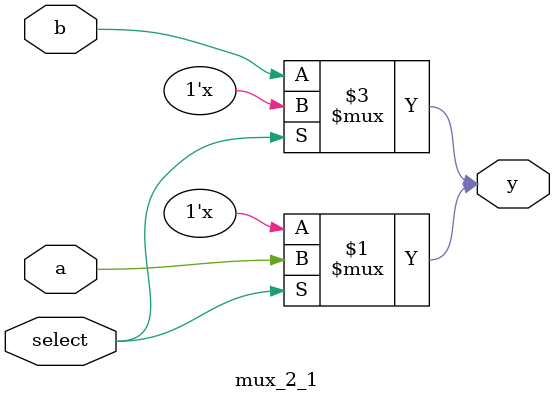
<source format=v>
module mux_2_1(
     a,
     b,
     select,
     y
  );
  input a,b,select;
  output tri y;
  assign y = (select)? a: 1'bz;
  assign y = (!select)? b: 1'bz;
  
endmodule

</source>
